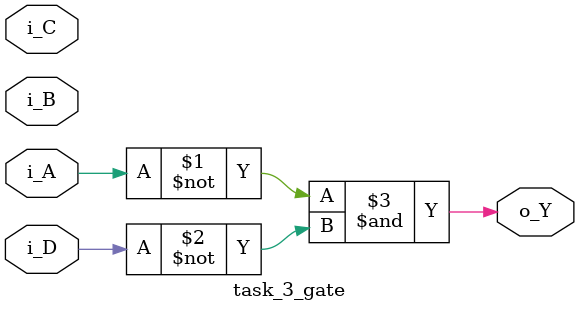
<source format=v>
/*******************************************************************
 *
 * ETF Comment header
 *
 *******************************************************************/

/*******************************************************************
 *
 * Logic table:
 *     ---------------------
 *     | A | B | C | D | Y |
 *     ---------------------
 *     | 0 | 0 | 0 | 0 | 1 |
 *     ---------------------
 *     | 0 | 0 | 0 | 1 | 0 |
 *     ---------------------
 *     | 0 | 0 | 1 | 0 | 1 |
 *     ---------------------
 *     | 0 | 0 | 1 | 1 | 0 |
 *     ---------------------
 *     | 0 | 1 | 0 | 0 | 1 |
 *     ---------------------
 *     | 0 | 1 | 0 | 1 | 0 |
 *     ---------------------
 *     | 0 | 1 | 1 | 0 | 1 |
 *     ---------------------
 *     | 0 | 1 | 1 | 1 | 0 |
 *     ---------------------
 *     | 1 | 0 | 0 | 0 | 0 |
 *     ---------------------
 *     | 1 | 0 | 0 | 1 | 0 |
 *     ---------------------
 *     | 1 | 0 | 1 | 0 | 0 |
 *     ---------------------
 *     | 1 | 0 | 1 | 1 | 0 |
 *     ---------------------
 *     | 1 | 1 | 0 | 0 | 0 |
 *     ---------------------
 *     | 1 | 1 | 0 | 1 | 0 |
 *     ---------------------
 *     | 1 | 1 | 1 | 0 | 0 |
 *     ---------------------
 *     | 1 | 1 | 1 | 1 | 0 |
 *     ---------------------
 *
 *******************************************************************/
module task_3_gate(
    input i_A,
    input i_B,
    input i_C,
    input i_D,
    output o_Y
);
    /** Zadatak 3. Ispod unijeti logicku funkciju koja odgovara datim vrijednostima iz tabele! */
    assign o_Y = (~i_A & ~i_D);
endmodule : task_3_gate


</source>
